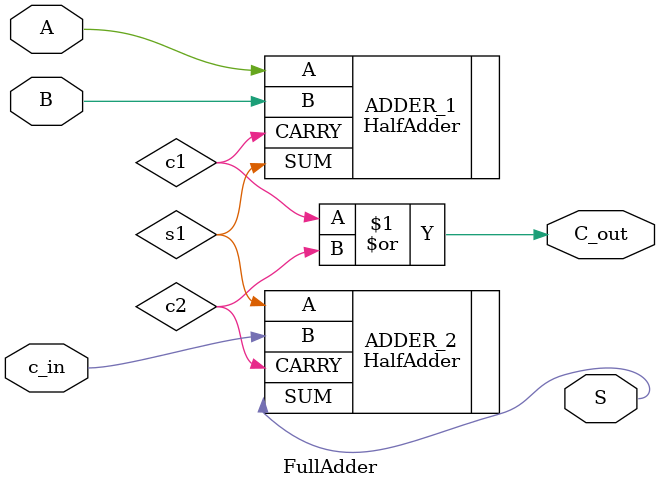
<source format=v>
module FullAdder
(
	input wire A,B,
	input wire c_in,
	output wire C_out,S
);

	wire c1,c2;
	wire s1;
	
	HalfAdder ADDER_1
	(
	.A(A),
	.B(B),
	.SUM(s1),
	.CARRY(c1)
	);
	
	HalfAdder ADDER_2
	(
	.A(s1),
	.B(c_in),
	.SUM(S),
	.CARRY(c2)
	);
	
	assign C_out = c1 | c2;
	
endmodule

</source>
